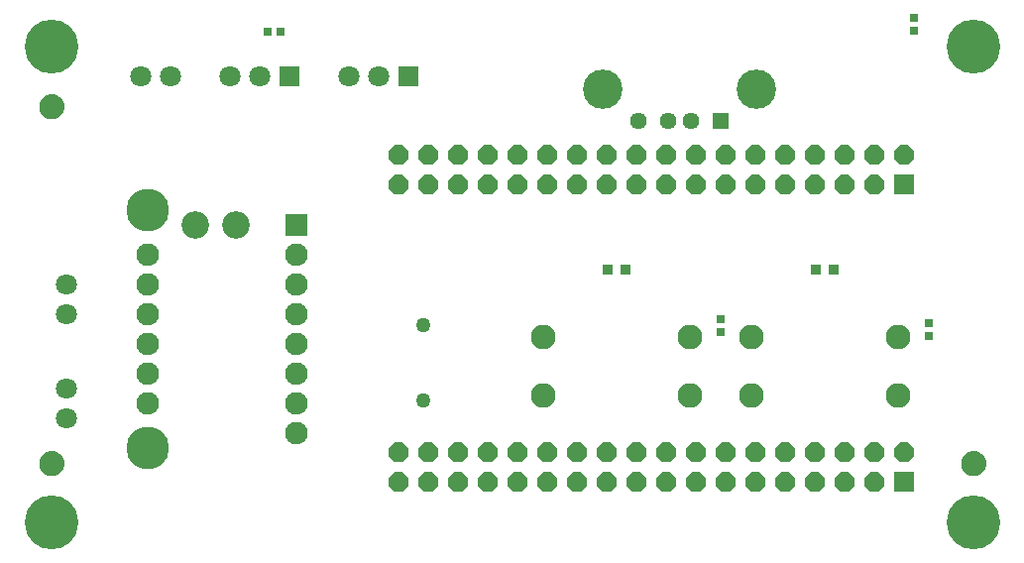
<source format=gbr>
G04 EAGLE Gerber RS-274X export*
G75*
%MOMM*%
%FSLAX34Y34*%
%LPD*%
%INSoldermask Top*%
%IPPOS*%
%AMOC8*
5,1,8,0,0,1.08239X$1,22.5*%
G01*
%ADD10C,1.803400*%
%ADD11R,0.952400X0.952400*%
%ADD12C,2.112400*%
%ADD13R,0.660400X0.762000*%
%ADD14R,1.803400X1.803400*%
%ADD15C,1.272400*%
%ADD16R,1.440400X1.440400*%
%ADD17C,1.440400*%
%ADD18C,3.372400*%
%ADD19R,1.930400X1.930400*%
%ADD20C,1.930400*%
%ADD21C,2.336800*%
%ADD22C,3.652400*%
%ADD23R,1.676400X1.676400*%
%ADD24P,1.814519X8X202.500000*%
%ADD25R,0.762000X0.660400*%
%ADD26C,4.597400*%
%ADD27C,0.609600*%
%ADD28C,1.168400*%


D10*
X190500Y165100D03*
X190500Y139700D03*
X190500Y254000D03*
X190500Y228600D03*
D11*
X845700Y266700D03*
X830700Y266700D03*
X667900Y266700D03*
X652900Y266700D03*
D12*
X900700Y209150D03*
X900700Y159150D03*
X775700Y159150D03*
X775700Y209150D03*
X722900Y209150D03*
X722900Y159150D03*
X597900Y159150D03*
X597900Y209150D03*
D13*
X927100Y210312D03*
X927100Y221488D03*
X749300Y213487D03*
X749300Y224663D03*
D14*
X482600Y431800D03*
D10*
X457200Y431800D03*
X431800Y431800D03*
D15*
X495300Y219825D03*
X495300Y154825D03*
D16*
X749300Y393700D03*
D17*
X724300Y393700D03*
X704300Y393700D03*
X679300Y393700D03*
D18*
X780000Y420800D03*
X648600Y420800D03*
D19*
X387350Y304800D03*
D20*
X387350Y279400D03*
X387350Y254000D03*
X387350Y228600D03*
X387350Y203200D03*
X387350Y177800D03*
X387350Y152400D03*
X387350Y127000D03*
D21*
X300770Y304800D03*
X335770Y304800D03*
D20*
X260350Y254000D03*
X260350Y279400D03*
X260350Y203200D03*
X260350Y228600D03*
X260350Y152400D03*
X260350Y177800D03*
D22*
X260350Y114300D03*
X260350Y317500D03*
D14*
X381000Y431800D03*
D10*
X355600Y431800D03*
X330200Y431800D03*
X279400Y431800D03*
X254000Y431800D03*
D23*
X906100Y86100D03*
D24*
X906100Y111500D03*
X880700Y86100D03*
X880700Y111500D03*
X855300Y86100D03*
X855300Y111500D03*
X829900Y86100D03*
X829900Y111500D03*
X804500Y86100D03*
X804500Y111500D03*
X779100Y86100D03*
X779100Y111500D03*
X753700Y86100D03*
X753700Y111500D03*
X728300Y86100D03*
X728300Y111500D03*
X702900Y86100D03*
X702900Y111500D03*
X677500Y86100D03*
X677500Y111500D03*
X652100Y86100D03*
X652100Y111500D03*
X626700Y86100D03*
X626700Y111500D03*
X601300Y86100D03*
X601300Y111500D03*
X575900Y86100D03*
X575900Y111500D03*
X550500Y86100D03*
X550500Y111500D03*
X525100Y86100D03*
X525100Y111500D03*
X499700Y86100D03*
X499700Y111500D03*
X474300Y86100D03*
X474300Y111500D03*
D23*
X906100Y340100D03*
D24*
X906100Y365500D03*
X880700Y340100D03*
X880700Y365500D03*
X855300Y340100D03*
X855300Y365500D03*
X829900Y340100D03*
X829900Y365500D03*
X804500Y340100D03*
X804500Y365500D03*
X779100Y340100D03*
X779100Y365500D03*
X753700Y340100D03*
X753700Y365500D03*
X728300Y340100D03*
X728300Y365500D03*
X702900Y340100D03*
X702900Y365500D03*
X677500Y340100D03*
X677500Y365500D03*
X652100Y340100D03*
X652100Y365500D03*
X626700Y340100D03*
X626700Y365500D03*
X601300Y340100D03*
X601300Y365500D03*
X575900Y340100D03*
X575900Y365500D03*
X550500Y340100D03*
X550500Y365500D03*
X525100Y340100D03*
X525100Y365500D03*
X499700Y340100D03*
X499700Y365500D03*
X474300Y340100D03*
X474300Y365500D03*
D25*
X362712Y469900D03*
X373888Y469900D03*
D26*
X965200Y457200D03*
X177800Y457200D03*
X965200Y50800D03*
X177800Y50800D03*
D13*
X914400Y470662D03*
X914400Y481838D03*
D27*
X170180Y101600D02*
X170182Y101787D01*
X170189Y101974D01*
X170201Y102161D01*
X170217Y102347D01*
X170237Y102533D01*
X170262Y102718D01*
X170292Y102903D01*
X170326Y103087D01*
X170365Y103270D01*
X170408Y103452D01*
X170456Y103632D01*
X170508Y103812D01*
X170565Y103990D01*
X170625Y104167D01*
X170691Y104342D01*
X170760Y104516D01*
X170834Y104688D01*
X170912Y104858D01*
X170994Y105026D01*
X171080Y105192D01*
X171170Y105356D01*
X171264Y105517D01*
X171362Y105677D01*
X171464Y105833D01*
X171570Y105988D01*
X171680Y106139D01*
X171793Y106288D01*
X171910Y106434D01*
X172030Y106577D01*
X172154Y106717D01*
X172281Y106854D01*
X172412Y106988D01*
X172546Y107119D01*
X172683Y107246D01*
X172823Y107370D01*
X172966Y107490D01*
X173112Y107607D01*
X173261Y107720D01*
X173412Y107830D01*
X173567Y107936D01*
X173723Y108038D01*
X173883Y108136D01*
X174044Y108230D01*
X174208Y108320D01*
X174374Y108406D01*
X174542Y108488D01*
X174712Y108566D01*
X174884Y108640D01*
X175058Y108709D01*
X175233Y108775D01*
X175410Y108835D01*
X175588Y108892D01*
X175768Y108944D01*
X175948Y108992D01*
X176130Y109035D01*
X176313Y109074D01*
X176497Y109108D01*
X176682Y109138D01*
X176867Y109163D01*
X177053Y109183D01*
X177239Y109199D01*
X177426Y109211D01*
X177613Y109218D01*
X177800Y109220D01*
X177987Y109218D01*
X178174Y109211D01*
X178361Y109199D01*
X178547Y109183D01*
X178733Y109163D01*
X178918Y109138D01*
X179103Y109108D01*
X179287Y109074D01*
X179470Y109035D01*
X179652Y108992D01*
X179832Y108944D01*
X180012Y108892D01*
X180190Y108835D01*
X180367Y108775D01*
X180542Y108709D01*
X180716Y108640D01*
X180888Y108566D01*
X181058Y108488D01*
X181226Y108406D01*
X181392Y108320D01*
X181556Y108230D01*
X181717Y108136D01*
X181877Y108038D01*
X182033Y107936D01*
X182188Y107830D01*
X182339Y107720D01*
X182488Y107607D01*
X182634Y107490D01*
X182777Y107370D01*
X182917Y107246D01*
X183054Y107119D01*
X183188Y106988D01*
X183319Y106854D01*
X183446Y106717D01*
X183570Y106577D01*
X183690Y106434D01*
X183807Y106288D01*
X183920Y106139D01*
X184030Y105988D01*
X184136Y105833D01*
X184238Y105677D01*
X184336Y105517D01*
X184430Y105356D01*
X184520Y105192D01*
X184606Y105026D01*
X184688Y104858D01*
X184766Y104688D01*
X184840Y104516D01*
X184909Y104342D01*
X184975Y104167D01*
X185035Y103990D01*
X185092Y103812D01*
X185144Y103632D01*
X185192Y103452D01*
X185235Y103270D01*
X185274Y103087D01*
X185308Y102903D01*
X185338Y102718D01*
X185363Y102533D01*
X185383Y102347D01*
X185399Y102161D01*
X185411Y101974D01*
X185418Y101787D01*
X185420Y101600D01*
X185418Y101413D01*
X185411Y101226D01*
X185399Y101039D01*
X185383Y100853D01*
X185363Y100667D01*
X185338Y100482D01*
X185308Y100297D01*
X185274Y100113D01*
X185235Y99930D01*
X185192Y99748D01*
X185144Y99568D01*
X185092Y99388D01*
X185035Y99210D01*
X184975Y99033D01*
X184909Y98858D01*
X184840Y98684D01*
X184766Y98512D01*
X184688Y98342D01*
X184606Y98174D01*
X184520Y98008D01*
X184430Y97844D01*
X184336Y97683D01*
X184238Y97523D01*
X184136Y97367D01*
X184030Y97212D01*
X183920Y97061D01*
X183807Y96912D01*
X183690Y96766D01*
X183570Y96623D01*
X183446Y96483D01*
X183319Y96346D01*
X183188Y96212D01*
X183054Y96081D01*
X182917Y95954D01*
X182777Y95830D01*
X182634Y95710D01*
X182488Y95593D01*
X182339Y95480D01*
X182188Y95370D01*
X182033Y95264D01*
X181877Y95162D01*
X181717Y95064D01*
X181556Y94970D01*
X181392Y94880D01*
X181226Y94794D01*
X181058Y94712D01*
X180888Y94634D01*
X180716Y94560D01*
X180542Y94491D01*
X180367Y94425D01*
X180190Y94365D01*
X180012Y94308D01*
X179832Y94256D01*
X179652Y94208D01*
X179470Y94165D01*
X179287Y94126D01*
X179103Y94092D01*
X178918Y94062D01*
X178733Y94037D01*
X178547Y94017D01*
X178361Y94001D01*
X178174Y93989D01*
X177987Y93982D01*
X177800Y93980D01*
X177613Y93982D01*
X177426Y93989D01*
X177239Y94001D01*
X177053Y94017D01*
X176867Y94037D01*
X176682Y94062D01*
X176497Y94092D01*
X176313Y94126D01*
X176130Y94165D01*
X175948Y94208D01*
X175768Y94256D01*
X175588Y94308D01*
X175410Y94365D01*
X175233Y94425D01*
X175058Y94491D01*
X174884Y94560D01*
X174712Y94634D01*
X174542Y94712D01*
X174374Y94794D01*
X174208Y94880D01*
X174044Y94970D01*
X173883Y95064D01*
X173723Y95162D01*
X173567Y95264D01*
X173412Y95370D01*
X173261Y95480D01*
X173112Y95593D01*
X172966Y95710D01*
X172823Y95830D01*
X172683Y95954D01*
X172546Y96081D01*
X172412Y96212D01*
X172281Y96346D01*
X172154Y96483D01*
X172030Y96623D01*
X171910Y96766D01*
X171793Y96912D01*
X171680Y97061D01*
X171570Y97212D01*
X171464Y97367D01*
X171362Y97523D01*
X171264Y97683D01*
X171170Y97844D01*
X171080Y98008D01*
X170994Y98174D01*
X170912Y98342D01*
X170834Y98512D01*
X170760Y98684D01*
X170691Y98858D01*
X170625Y99033D01*
X170565Y99210D01*
X170508Y99388D01*
X170456Y99568D01*
X170408Y99748D01*
X170365Y99930D01*
X170326Y100113D01*
X170292Y100297D01*
X170262Y100482D01*
X170237Y100667D01*
X170217Y100853D01*
X170201Y101039D01*
X170189Y101226D01*
X170182Y101413D01*
X170180Y101600D01*
D28*
X177800Y101600D03*
D27*
X170180Y406400D02*
X170182Y406587D01*
X170189Y406774D01*
X170201Y406961D01*
X170217Y407147D01*
X170237Y407333D01*
X170262Y407518D01*
X170292Y407703D01*
X170326Y407887D01*
X170365Y408070D01*
X170408Y408252D01*
X170456Y408432D01*
X170508Y408612D01*
X170565Y408790D01*
X170625Y408967D01*
X170691Y409142D01*
X170760Y409316D01*
X170834Y409488D01*
X170912Y409658D01*
X170994Y409826D01*
X171080Y409992D01*
X171170Y410156D01*
X171264Y410317D01*
X171362Y410477D01*
X171464Y410633D01*
X171570Y410788D01*
X171680Y410939D01*
X171793Y411088D01*
X171910Y411234D01*
X172030Y411377D01*
X172154Y411517D01*
X172281Y411654D01*
X172412Y411788D01*
X172546Y411919D01*
X172683Y412046D01*
X172823Y412170D01*
X172966Y412290D01*
X173112Y412407D01*
X173261Y412520D01*
X173412Y412630D01*
X173567Y412736D01*
X173723Y412838D01*
X173883Y412936D01*
X174044Y413030D01*
X174208Y413120D01*
X174374Y413206D01*
X174542Y413288D01*
X174712Y413366D01*
X174884Y413440D01*
X175058Y413509D01*
X175233Y413575D01*
X175410Y413635D01*
X175588Y413692D01*
X175768Y413744D01*
X175948Y413792D01*
X176130Y413835D01*
X176313Y413874D01*
X176497Y413908D01*
X176682Y413938D01*
X176867Y413963D01*
X177053Y413983D01*
X177239Y413999D01*
X177426Y414011D01*
X177613Y414018D01*
X177800Y414020D01*
X177987Y414018D01*
X178174Y414011D01*
X178361Y413999D01*
X178547Y413983D01*
X178733Y413963D01*
X178918Y413938D01*
X179103Y413908D01*
X179287Y413874D01*
X179470Y413835D01*
X179652Y413792D01*
X179832Y413744D01*
X180012Y413692D01*
X180190Y413635D01*
X180367Y413575D01*
X180542Y413509D01*
X180716Y413440D01*
X180888Y413366D01*
X181058Y413288D01*
X181226Y413206D01*
X181392Y413120D01*
X181556Y413030D01*
X181717Y412936D01*
X181877Y412838D01*
X182033Y412736D01*
X182188Y412630D01*
X182339Y412520D01*
X182488Y412407D01*
X182634Y412290D01*
X182777Y412170D01*
X182917Y412046D01*
X183054Y411919D01*
X183188Y411788D01*
X183319Y411654D01*
X183446Y411517D01*
X183570Y411377D01*
X183690Y411234D01*
X183807Y411088D01*
X183920Y410939D01*
X184030Y410788D01*
X184136Y410633D01*
X184238Y410477D01*
X184336Y410317D01*
X184430Y410156D01*
X184520Y409992D01*
X184606Y409826D01*
X184688Y409658D01*
X184766Y409488D01*
X184840Y409316D01*
X184909Y409142D01*
X184975Y408967D01*
X185035Y408790D01*
X185092Y408612D01*
X185144Y408432D01*
X185192Y408252D01*
X185235Y408070D01*
X185274Y407887D01*
X185308Y407703D01*
X185338Y407518D01*
X185363Y407333D01*
X185383Y407147D01*
X185399Y406961D01*
X185411Y406774D01*
X185418Y406587D01*
X185420Y406400D01*
X185418Y406213D01*
X185411Y406026D01*
X185399Y405839D01*
X185383Y405653D01*
X185363Y405467D01*
X185338Y405282D01*
X185308Y405097D01*
X185274Y404913D01*
X185235Y404730D01*
X185192Y404548D01*
X185144Y404368D01*
X185092Y404188D01*
X185035Y404010D01*
X184975Y403833D01*
X184909Y403658D01*
X184840Y403484D01*
X184766Y403312D01*
X184688Y403142D01*
X184606Y402974D01*
X184520Y402808D01*
X184430Y402644D01*
X184336Y402483D01*
X184238Y402323D01*
X184136Y402167D01*
X184030Y402012D01*
X183920Y401861D01*
X183807Y401712D01*
X183690Y401566D01*
X183570Y401423D01*
X183446Y401283D01*
X183319Y401146D01*
X183188Y401012D01*
X183054Y400881D01*
X182917Y400754D01*
X182777Y400630D01*
X182634Y400510D01*
X182488Y400393D01*
X182339Y400280D01*
X182188Y400170D01*
X182033Y400064D01*
X181877Y399962D01*
X181717Y399864D01*
X181556Y399770D01*
X181392Y399680D01*
X181226Y399594D01*
X181058Y399512D01*
X180888Y399434D01*
X180716Y399360D01*
X180542Y399291D01*
X180367Y399225D01*
X180190Y399165D01*
X180012Y399108D01*
X179832Y399056D01*
X179652Y399008D01*
X179470Y398965D01*
X179287Y398926D01*
X179103Y398892D01*
X178918Y398862D01*
X178733Y398837D01*
X178547Y398817D01*
X178361Y398801D01*
X178174Y398789D01*
X177987Y398782D01*
X177800Y398780D01*
X177613Y398782D01*
X177426Y398789D01*
X177239Y398801D01*
X177053Y398817D01*
X176867Y398837D01*
X176682Y398862D01*
X176497Y398892D01*
X176313Y398926D01*
X176130Y398965D01*
X175948Y399008D01*
X175768Y399056D01*
X175588Y399108D01*
X175410Y399165D01*
X175233Y399225D01*
X175058Y399291D01*
X174884Y399360D01*
X174712Y399434D01*
X174542Y399512D01*
X174374Y399594D01*
X174208Y399680D01*
X174044Y399770D01*
X173883Y399864D01*
X173723Y399962D01*
X173567Y400064D01*
X173412Y400170D01*
X173261Y400280D01*
X173112Y400393D01*
X172966Y400510D01*
X172823Y400630D01*
X172683Y400754D01*
X172546Y400881D01*
X172412Y401012D01*
X172281Y401146D01*
X172154Y401283D01*
X172030Y401423D01*
X171910Y401566D01*
X171793Y401712D01*
X171680Y401861D01*
X171570Y402012D01*
X171464Y402167D01*
X171362Y402323D01*
X171264Y402483D01*
X171170Y402644D01*
X171080Y402808D01*
X170994Y402974D01*
X170912Y403142D01*
X170834Y403312D01*
X170760Y403484D01*
X170691Y403658D01*
X170625Y403833D01*
X170565Y404010D01*
X170508Y404188D01*
X170456Y404368D01*
X170408Y404548D01*
X170365Y404730D01*
X170326Y404913D01*
X170292Y405097D01*
X170262Y405282D01*
X170237Y405467D01*
X170217Y405653D01*
X170201Y405839D01*
X170189Y406026D01*
X170182Y406213D01*
X170180Y406400D01*
D28*
X177800Y406400D03*
D27*
X957580Y101600D02*
X957582Y101787D01*
X957589Y101974D01*
X957601Y102161D01*
X957617Y102347D01*
X957637Y102533D01*
X957662Y102718D01*
X957692Y102903D01*
X957726Y103087D01*
X957765Y103270D01*
X957808Y103452D01*
X957856Y103632D01*
X957908Y103812D01*
X957965Y103990D01*
X958025Y104167D01*
X958091Y104342D01*
X958160Y104516D01*
X958234Y104688D01*
X958312Y104858D01*
X958394Y105026D01*
X958480Y105192D01*
X958570Y105356D01*
X958664Y105517D01*
X958762Y105677D01*
X958864Y105833D01*
X958970Y105988D01*
X959080Y106139D01*
X959193Y106288D01*
X959310Y106434D01*
X959430Y106577D01*
X959554Y106717D01*
X959681Y106854D01*
X959812Y106988D01*
X959946Y107119D01*
X960083Y107246D01*
X960223Y107370D01*
X960366Y107490D01*
X960512Y107607D01*
X960661Y107720D01*
X960812Y107830D01*
X960967Y107936D01*
X961123Y108038D01*
X961283Y108136D01*
X961444Y108230D01*
X961608Y108320D01*
X961774Y108406D01*
X961942Y108488D01*
X962112Y108566D01*
X962284Y108640D01*
X962458Y108709D01*
X962633Y108775D01*
X962810Y108835D01*
X962988Y108892D01*
X963168Y108944D01*
X963348Y108992D01*
X963530Y109035D01*
X963713Y109074D01*
X963897Y109108D01*
X964082Y109138D01*
X964267Y109163D01*
X964453Y109183D01*
X964639Y109199D01*
X964826Y109211D01*
X965013Y109218D01*
X965200Y109220D01*
X965387Y109218D01*
X965574Y109211D01*
X965761Y109199D01*
X965947Y109183D01*
X966133Y109163D01*
X966318Y109138D01*
X966503Y109108D01*
X966687Y109074D01*
X966870Y109035D01*
X967052Y108992D01*
X967232Y108944D01*
X967412Y108892D01*
X967590Y108835D01*
X967767Y108775D01*
X967942Y108709D01*
X968116Y108640D01*
X968288Y108566D01*
X968458Y108488D01*
X968626Y108406D01*
X968792Y108320D01*
X968956Y108230D01*
X969117Y108136D01*
X969277Y108038D01*
X969433Y107936D01*
X969588Y107830D01*
X969739Y107720D01*
X969888Y107607D01*
X970034Y107490D01*
X970177Y107370D01*
X970317Y107246D01*
X970454Y107119D01*
X970588Y106988D01*
X970719Y106854D01*
X970846Y106717D01*
X970970Y106577D01*
X971090Y106434D01*
X971207Y106288D01*
X971320Y106139D01*
X971430Y105988D01*
X971536Y105833D01*
X971638Y105677D01*
X971736Y105517D01*
X971830Y105356D01*
X971920Y105192D01*
X972006Y105026D01*
X972088Y104858D01*
X972166Y104688D01*
X972240Y104516D01*
X972309Y104342D01*
X972375Y104167D01*
X972435Y103990D01*
X972492Y103812D01*
X972544Y103632D01*
X972592Y103452D01*
X972635Y103270D01*
X972674Y103087D01*
X972708Y102903D01*
X972738Y102718D01*
X972763Y102533D01*
X972783Y102347D01*
X972799Y102161D01*
X972811Y101974D01*
X972818Y101787D01*
X972820Y101600D01*
X972818Y101413D01*
X972811Y101226D01*
X972799Y101039D01*
X972783Y100853D01*
X972763Y100667D01*
X972738Y100482D01*
X972708Y100297D01*
X972674Y100113D01*
X972635Y99930D01*
X972592Y99748D01*
X972544Y99568D01*
X972492Y99388D01*
X972435Y99210D01*
X972375Y99033D01*
X972309Y98858D01*
X972240Y98684D01*
X972166Y98512D01*
X972088Y98342D01*
X972006Y98174D01*
X971920Y98008D01*
X971830Y97844D01*
X971736Y97683D01*
X971638Y97523D01*
X971536Y97367D01*
X971430Y97212D01*
X971320Y97061D01*
X971207Y96912D01*
X971090Y96766D01*
X970970Y96623D01*
X970846Y96483D01*
X970719Y96346D01*
X970588Y96212D01*
X970454Y96081D01*
X970317Y95954D01*
X970177Y95830D01*
X970034Y95710D01*
X969888Y95593D01*
X969739Y95480D01*
X969588Y95370D01*
X969433Y95264D01*
X969277Y95162D01*
X969117Y95064D01*
X968956Y94970D01*
X968792Y94880D01*
X968626Y94794D01*
X968458Y94712D01*
X968288Y94634D01*
X968116Y94560D01*
X967942Y94491D01*
X967767Y94425D01*
X967590Y94365D01*
X967412Y94308D01*
X967232Y94256D01*
X967052Y94208D01*
X966870Y94165D01*
X966687Y94126D01*
X966503Y94092D01*
X966318Y94062D01*
X966133Y94037D01*
X965947Y94017D01*
X965761Y94001D01*
X965574Y93989D01*
X965387Y93982D01*
X965200Y93980D01*
X965013Y93982D01*
X964826Y93989D01*
X964639Y94001D01*
X964453Y94017D01*
X964267Y94037D01*
X964082Y94062D01*
X963897Y94092D01*
X963713Y94126D01*
X963530Y94165D01*
X963348Y94208D01*
X963168Y94256D01*
X962988Y94308D01*
X962810Y94365D01*
X962633Y94425D01*
X962458Y94491D01*
X962284Y94560D01*
X962112Y94634D01*
X961942Y94712D01*
X961774Y94794D01*
X961608Y94880D01*
X961444Y94970D01*
X961283Y95064D01*
X961123Y95162D01*
X960967Y95264D01*
X960812Y95370D01*
X960661Y95480D01*
X960512Y95593D01*
X960366Y95710D01*
X960223Y95830D01*
X960083Y95954D01*
X959946Y96081D01*
X959812Y96212D01*
X959681Y96346D01*
X959554Y96483D01*
X959430Y96623D01*
X959310Y96766D01*
X959193Y96912D01*
X959080Y97061D01*
X958970Y97212D01*
X958864Y97367D01*
X958762Y97523D01*
X958664Y97683D01*
X958570Y97844D01*
X958480Y98008D01*
X958394Y98174D01*
X958312Y98342D01*
X958234Y98512D01*
X958160Y98684D01*
X958091Y98858D01*
X958025Y99033D01*
X957965Y99210D01*
X957908Y99388D01*
X957856Y99568D01*
X957808Y99748D01*
X957765Y99930D01*
X957726Y100113D01*
X957692Y100297D01*
X957662Y100482D01*
X957637Y100667D01*
X957617Y100853D01*
X957601Y101039D01*
X957589Y101226D01*
X957582Y101413D01*
X957580Y101600D01*
D28*
X965200Y101600D03*
M02*

</source>
